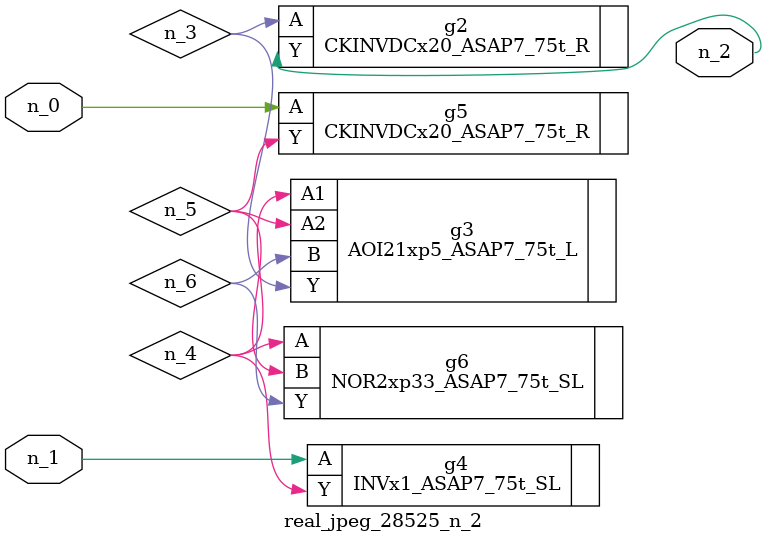
<source format=v>
module real_jpeg_28525_n_2 (n_1, n_0, n_2);

input n_1;
input n_0;

output n_2;

wire n_5;
wire n_4;
wire n_6;
wire n_3;

CKINVDCx20_ASAP7_75t_R g5 ( 
.A(n_0),
.Y(n_5)
);

INVx1_ASAP7_75t_SL g4 ( 
.A(n_1),
.Y(n_4)
);

CKINVDCx20_ASAP7_75t_R g2 ( 
.A(n_3),
.Y(n_2)
);

AOI21xp5_ASAP7_75t_L g3 ( 
.A1(n_4),
.A2(n_5),
.B(n_6),
.Y(n_3)
);

NOR2xp33_ASAP7_75t_SL g6 ( 
.A(n_4),
.B(n_5),
.Y(n_6)
);


endmodule
</source>
